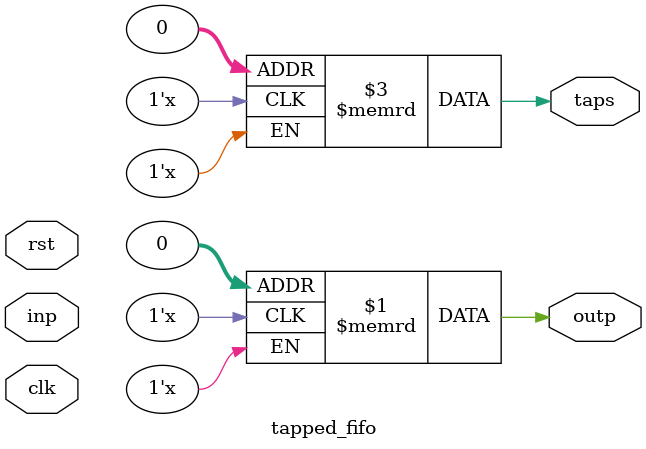
<source format=v>
/*  Tapped Flip-Flip FIFO.
 *
 *  Copyright (c) 2016, Stephen Longfield, stephenlongfield.com
 *
 *  This program is free software: you can redistribute it and/or modify
 *  it under the terms of the GNU General Public License as published by
 *  the Free Software Foundation, either version 3 of the License, or
 *  (at your option) any later version.
 *
 *  This program is distributed in the hope that it will be useful,
 *  but WITHOUT ANY WARRANTY; without even the implied warranty of
 *  MERCHANTABILITY or FITNESS FOR A PARTICULAR PURPOSE.  See the
 *  GNU General Public License for more details.
 *
 *  You should have received a copy of the GNU General Public License
 *  along with this program.  If not, see <http://www.gnu.org/licenses/>.
 *
 */

`ifndef LIB_TAPPED_FIFO_V_
`define LIB_TAPPED_FIFO_V_

`timescale 1ns/1ps

`include "dff.v"

// This is a basic flip-flip FIFO with synchronous reset, and taps along the
// entire length. The most significant word of the taps is the same as the
// output of the first fifo, and the least is the same as the output of the last
// fifo.
module tapped_fifo#(
      parameter WIDTH=1,
    parameter DEPTH=1
  ) (
      input wire clk,
      input wire rst,

      input  wire [WIDTH-1:0] inp,
    output wire [WIDTH*DEPTH-1:0] taps,
      output wire [WIDTH-1:0] outp
  );

    reg [WIDTH-1:0] regs[DEPTH];

    assign outp = regs[DEPTH-1];

    dff#(WIDTH) sr0(clk, rst, inp, regs[0]);

  assign taps[(WIDTH*DEPTH-1):(WIDTH*(DEPTH-1))] = regs[0];

    genvar i;
    generate
        for (i = 0; i < DEPTH-1; i++) begin : shift
            dff#(WIDTH) sr(clk, rst, regs[i], regs[i+1]);
      assign taps[((WIDTH*DEPTH-1)-(WIDTH*(i+1))):(WIDTH*(DEPTH-(i+2)))] = regs[i+1];
        end
    endgenerate

endmodule

`endif // LIB_TAPPED_FIFO_V_

</source>
